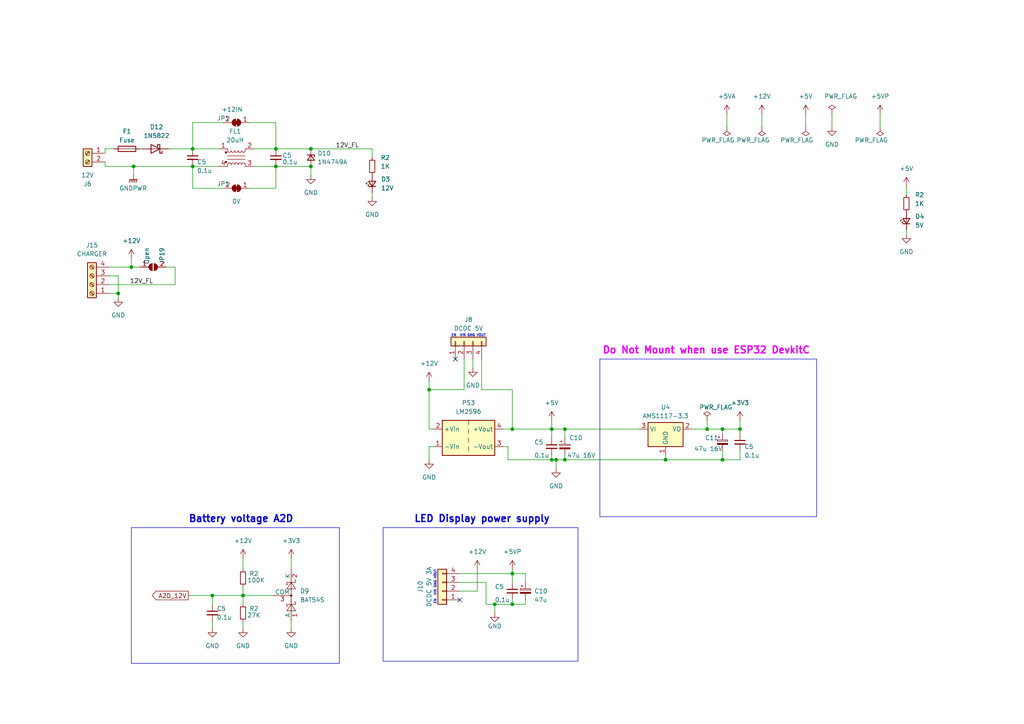
<source format=kicad_sch>
(kicad_sch (version 20230121) (generator eeschema)
  (paper "A4")
  (lib_symbols
    (symbol "Connector:Screw_Terminal_01x02" (pin_names (offset 1.016) hide)
      (property "Reference" "J" (at 0 2.54 0))
      (property "Value" "Screw_Terminal_01x02" (at 0 -5.08 0))
      (symbol "Screw_Terminal_01x02_1_1"
        (rectangle (start -1.27 1.27) (end 1.27 -3.81) (stroke (width 0.254)) (fill (type background)))
        (circle (center 0 -2.54) (radius 0.635) (stroke (width 0.1524)))
        (polyline (pts (xy -0.5334 -2.2098) (xy 0.3302 -3.048)) (stroke (width 0.1524)))
        (polyline (pts (xy -0.5334 0.3302) (xy 0.3302 -0.508)) (stroke (width 0.1524)))
        (polyline (pts (xy -0.3556 -2.032) (xy 0.508 -2.8702)) (stroke (width 0.1524)))
        (polyline (pts (xy -0.3556 0.508) (xy 0.508 -0.3302)) (stroke (width 0.1524)))
        (circle (center 0 0) (radius 0.635) (stroke (width 0.1524)))
        (pin passive line (at -5.08 0 0) (length 3.81) (name "Pin_1") (number "1"))
        (pin passive line (at -5.08 -2.54 0) (length 3.81) (name "Pin_2") (number "2"))
      )
    )
    (symbol "Connector:Screw_Terminal_01x04" (pin_names (offset 1.016) hide)
      (property "Reference" "J" (at 0 5.08 0))
      (property "Value" "Screw_Terminal_01x04" (at 0 -7.62 0))
      (symbol "Screw_Terminal_01x04_1_1"
        (rectangle (start -1.27 3.81) (end 1.27 -6.35) (stroke (width 0.254)) (fill (type background)))
        (circle (center 0 -5.08) (radius 0.635) (stroke (width 0.1524)))
        (circle (center 0 -2.54) (radius 0.635) (stroke (width 0.1524)))
        (polyline (pts (xy -0.5334 -4.7498) (xy 0.3302 -5.588)) (stroke (width 0.1524)))
        (polyline (pts (xy -0.5334 -2.2098) (xy 0.3302 -3.048)) (stroke (width 0.1524)))
        (polyline (pts (xy -0.5334 0.3302) (xy 0.3302 -0.508)) (stroke (width 0.1524)))
        (polyline (pts (xy -0.5334 2.8702) (xy 0.3302 2.032)) (stroke (width 0.1524)))
        (polyline (pts (xy -0.3556 -4.572) (xy 0.508 -5.4102)) (stroke (width 0.1524)))
        (polyline (pts (xy -0.3556 -2.032) (xy 0.508 -2.8702)) (stroke (width 0.1524)))
        (polyline (pts (xy -0.3556 0.508) (xy 0.508 -0.3302)) (stroke (width 0.1524)))
        (polyline (pts (xy -0.3556 3.048) (xy 0.508 2.2098)) (stroke (width 0.1524)))
        (circle (center 0 0) (radius 0.635) (stroke (width 0.1524)))
        (circle (center 0 2.54) (radius 0.635) (stroke (width 0.1524)))
        (pin passive line (at -5.08 2.54 0) (length 3.81) (name "Pin_1") (number "1"))
        (pin passive line (at -5.08 0 0) (length 3.81) (name "Pin_2") (number "2"))
        (pin passive line (at -5.08 -2.54 0) (length 3.81) (name "Pin_3") (number "3"))
        (pin passive line (at -5.08 -5.08 0) (length 3.81) (name "Pin_4") (number "4"))
      )
    )
    (symbol "Connector_Generic:Conn_01x04" (pin_names (offset 1.016) hide)
      (property "Reference" "J" (at 0 5.08 0))
      (property "Value" "Conn_01x04" (at 0 -7.62 0))
      (symbol "Conn_01x04_1_1"
        (rectangle (start -1.27 -4.953) (end 0 -5.207) (stroke (width 0.1524)))
        (rectangle (start -1.27 -2.413) (end 0 -2.667) (stroke (width 0.1524)))
        (rectangle (start -1.27 0.127) (end 0 -0.127) (stroke (width 0.1524)))
        (rectangle (start -1.27 2.667) (end 0 2.413) (stroke (width 0.1524)))
        (rectangle (start -1.27 3.81) (end 1.27 -6.35) (stroke (width 0.254)) (fill (type background)))
        (pin passive line (at -5.08 2.54 0) (length 3.81) (name "Pin_1") (number "1"))
        (pin passive line (at -5.08 0 0) (length 3.81) (name "Pin_2") (number "2"))
        (pin passive line (at -5.08 -2.54 0) (length 3.81) (name "Pin_3") (number "3"))
        (pin passive line (at -5.08 -5.08 0) (length 3.81) (name "Pin_4") (number "4"))
      )
    )
    (symbol "Converter_DCDC:MEE1S0303SC"
      (property "Reference" "PS" (at -7.62 6.35 0))
      (property "Value" "MEE1S0303SC" (at 1.27 6.35 0))
      (symbol "MEE1S0303SC_0_0"
        (pin power_in line (at -10.16 -2.54 0) (length 2.54) (name "-Vin") (number "1"))
        (pin power_in line (at -10.16 2.54 0) (length 2.54) (name "+Vin") (number "2"))
        (pin power_out line (at 10.16 -2.54 180) (length 2.54) (name "-Vout") (number "3"))
        (pin power_out line (at 10.16 2.54 180) (length 2.54) (name "+Vout") (number "4"))
      )
      (symbol "MEE1S0303SC_0_1"
        (rectangle (start -7.62 5.08) (end 7.62 -5.08) (stroke (width 0.254)) (fill (type background)))
        (polyline (pts (xy 0 -2.54) (xy 0 -3.81)))
        (polyline (pts (xy 0 0) (xy 0 -1.27)))
        (polyline (pts (xy 0 2.54) (xy 0 1.27)))
        (polyline (pts (xy 0 5.08) (xy 0 3.81)))
      )
    )
    (symbol "Device:C_Polarized_Small" (pin_numbers hide) (pin_names (offset 0.254) hide)
      (property "Reference" "C" (at 0.254 1.778 0))
      (property "Value" "C_Polarized_Small" (at 0.254 -2.032 0))
      (symbol "C_Polarized_Small_0_1"
        (rectangle (start -1.524 -0.3048) (end 1.524 -0.6858) (fill (type outline)))
        (rectangle (start -1.524 0.6858) (end 1.524 0.3048))
        (polyline (pts (xy -1.27 1.524) (xy -0.762 1.524)))
        (polyline (pts (xy -1.016 1.27) (xy -1.016 1.778)))
      )
      (symbol "C_Polarized_Small_1_1"
        (pin passive line (at 0 2.54 270) (length 1.8542) (name "~") (number "1"))
        (pin passive line (at 0 -2.54 90) (length 1.8542) (name "~") (number "2"))
      )
    )
    (symbol "Device:C_Small" (pin_numbers hide) (pin_names (offset 0.254) hide)
      (property "Reference" "C" (at 0.254 1.778 0))
      (property "Value" "C_Small" (at 0.254 -2.032 0))
      (symbol "C_Small_0_1"
        (polyline (pts (xy -1.524 -0.508) (xy 1.524 -0.508)) (stroke (width 0.3302)))
        (polyline (pts (xy -1.524 0.508) (xy 1.524 0.508)) (stroke (width 0.3048)))
      )
      (symbol "C_Small_1_1"
        (pin passive line (at 0 2.54 270) (length 2.032) (name "~") (number "1"))
        (pin passive line (at 0 -2.54 90) (length 2.032) (name "~") (number "2"))
      )
    )
    (symbol "Device:D_Zener_Small" (pin_numbers hide) (pin_names (offset 0.254) hide)
      (property "Reference" "D" (at 0 2.286 0))
      (property "Value" "D_Zener_Small" (at 0 -2.286 0))
      (symbol "D_Zener_Small_0_1"
        (polyline (pts (xy 0.762 0) (xy -0.762 0)))
        (polyline (pts (xy -0.254 1.016) (xy -0.762 1.016) (xy -0.762 -1.016)) (stroke (width 0.254)))
        (polyline (pts (xy 0.762 1.016) (xy -0.762 0) (xy 0.762 -1.016) (xy 0.762 1.016)) (stroke (width 0.254)))
      )
      (symbol "D_Zener_Small_1_1"
        (pin passive line (at -2.54 0 0) (length 1.778) (name "K") (number "1"))
        (pin passive line (at 2.54 0 180) (length 1.778) (name "A") (number "2"))
      )
    )
    (symbol "Device:Filter_EMI_CommonMode" (pin_names (offset 0.254) hide)
      (property "Reference" "FL1" (at -0.381 7.62 0))
      (property "Value" "20uH" (at -0.381 5.08 0))
      (symbol "Filter_EMI_CommonMode_0_1"
        (circle (center -3.048 -1.27) (radius 0.254) (fill (type outline)))
        (circle (center -3.048 1.524) (radius 0.254) (fill (type outline)))
        (arc (start -2.54 2.032) (mid -2.032 1.5262) (end -1.524 2.032))
        (arc (start -1.524 -2.032) (mid -2.032 -1.5262) (end -2.54 -2.032))
        (arc (start -1.524 2.032) (mid -1.016 1.5262) (end -0.508 2.032))
        (arc (start -0.508 -2.032) (mid -1.016 -1.5262) (end -1.524 -2.032))
        (arc (start -0.508 2.032) (mid 0 1.5262) (end 0.508 2.032))
        (polyline (pts (xy -2.54 -2.032) (xy -2.54 -2.54)))
        (polyline (pts (xy -2.54 0.508) (xy 2.54 0.508)))
        (polyline (pts (xy -2.54 2.032) (xy -2.54 2.54)))
        (polyline (pts (xy 2.54 -2.032) (xy 2.54 -2.54)))
        (polyline (pts (xy 2.54 -0.508) (xy -2.54 -0.508)))
        (polyline (pts (xy 2.54 2.54) (xy 2.54 2.032)))
        (arc (start 0.508 -2.032) (mid 0 -1.5262) (end -0.508 -2.032))
        (arc (start 0.508 2.032) (mid 1.016 1.5262) (end 1.524 2.032))
        (arc (start 1.524 -2.032) (mid 1.016 -1.5262) (end 0.508 -2.032))
        (arc (start 1.524 2.032) (mid 2.032 1.5262) (end 2.54 2.032))
        (arc (start 2.54 -2.032) (mid 2.032 -1.5262) (end 1.524 -2.032))
      )
      (symbol "Filter_EMI_CommonMode_1_1"
        (pin passive line (at -5.08 2.54 0) (length 2.54) (name "1") (number "1"))
        (pin passive line (at 5.08 2.54 180) (length 2.54) (name "2") (number "2"))
        (pin passive line (at 5.08 -2.54 180) (length 2.54) (name "3") (number "3"))
        (pin passive line (at -5.08 -2.54 0) (length 2.54) (name "4") (number "4"))
      )
    )
    (symbol "Device:Fuse" (pin_numbers hide) (pin_names (offset 0))
      (property "Reference" "F" (at 2.032 0 90))
      (property "Value" "Fuse" (at -1.905 0 90))
      (symbol "Fuse_0_1"
        (rectangle (start -0.762 -2.54) (end 0.762 2.54) (stroke (width 0.254)))
        (polyline (pts (xy 0 2.54) (xy 0 -2.54)))
      )
      (symbol "Fuse_1_1"
        (pin passive line (at 0 3.81 270) (length 1.27) (name "~") (number "1"))
        (pin passive line (at 0 -3.81 90) (length 1.27) (name "~") (number "2"))
      )
    )
    (symbol "Device:LED_Small" (pin_numbers hide) (pin_names (offset 0.254) hide)
      (property "Reference" "D" (at -1.27 3.175 0))
      (property "Value" "LED_Small" (at -4.445 -2.54 0))
      (symbol "LED_Small_0_1"
        (polyline (pts (xy -0.762 -1.016) (xy -0.762 1.016)) (stroke (width 0.254)))
        (polyline (pts (xy 1.016 0) (xy -0.762 0)))
        (polyline (pts (xy 0.762 -1.016) (xy -0.762 0) (xy 0.762 1.016) (xy 0.762 -1.016)) (stroke (width 0.254)))
        (polyline (pts (xy 0 0.762) (xy -0.508 1.27) (xy -0.254 1.27) (xy -0.508 1.27) (xy -0.508 1.016)))
        (polyline (pts (xy 0.508 1.27) (xy 0 1.778) (xy 0.254 1.778) (xy 0 1.778) (xy 0 1.524)))
      )
      (symbol "LED_Small_1_1"
        (pin passive line (at -2.54 0 0) (length 1.778) (name "K") (number "1"))
        (pin passive line (at 2.54 0 180) (length 1.778) (name "A") (number "2"))
      )
    )
    (symbol "Device:R_Small" (pin_numbers hide) (pin_names (offset 0.254) hide)
      (property "Reference" "R" (at 0.762 0.508 0))
      (property "Value" "R_Small" (at 0.762 -1.016 0))
      (symbol "R_Small_0_1"
        (rectangle (start -0.762 1.778) (end 0.762 -1.778) (stroke (width 0.2032)))
      )
      (symbol "R_Small_1_1"
        (pin passive line (at 0 2.54 270) (length 0.762) (name "~") (number "1"))
        (pin passive line (at 0 -2.54 90) (length 0.762) (name "~") (number "2"))
      )
    )
    (symbol "Diode:1N5822" (pin_numbers hide) (pin_names (offset 1.016) hide)
      (property "Reference" "D" (at 0 2.54 0))
      (property "Value" "1N5822" (at 0 -2.54 0))
      (symbol "1N5822_0_1"
        (polyline (pts (xy 1.27 0) (xy -1.27 0)))
        (polyline (pts (xy 1.27 1.27) (xy 1.27 -1.27) (xy -1.27 0) (xy 1.27 1.27)) (stroke (width 0.254)))
        (polyline (pts (xy -1.905 0.635) (xy -1.905 1.27) (xy -1.27 1.27) (xy -1.27 -1.27) (xy -0.635 -1.27) (xy -0.635 -0.635)) (stroke (width 0.254)))
      )
      (symbol "1N5822_1_1"
        (pin passive line (at -3.81 0 0) (length 2.54) (name "K") (number "1"))
        (pin passive line (at 3.81 0 180) (length 2.54) (name "A") (number "2"))
      )
    )
    (symbol "Diode:BAT54S" (pin_names (offset 0))
      (property "Reference" "D" (at 2.54 -5.08 0))
      (property "Value" "BAT54S" (at -6.35 3.175 0))
      (symbol "BAT54S_0_1"
        (polyline (pts (xy -3.81 0) (xy -1.27 0)))
        (polyline (pts (xy -3.175 -1.27) (xy -3.175 -1.016)))
        (polyline (pts (xy -2.54 -1.27) (xy -3.175 -1.27)))
        (polyline (pts (xy -2.54 -1.27) (xy -2.54 1.27)))
        (polyline (pts (xy -2.54 1.27) (xy -1.905 1.27)))
        (polyline (pts (xy -1.905 0) (xy 1.905 0)))
        (polyline (pts (xy -1.905 1.27) (xy -1.905 1.016)))
        (polyline (pts (xy 1.27 0) (xy 3.81 0)))
        (polyline (pts (xy 3.175 -1.27) (xy 3.175 -1.016)))
        (polyline (pts (xy 3.81 -1.27) (xy 3.175 -1.27)))
        (polyline (pts (xy 3.81 -1.27) (xy 3.81 1.27)))
        (polyline (pts (xy 3.81 1.27) (xy 4.445 1.27)))
        (polyline (pts (xy 4.445 1.27) (xy 4.445 1.016)))
        (polyline (pts (xy -4.445 1.27) (xy -4.445 -1.27) (xy -2.54 0) (xy -4.445 1.27)))
        (polyline (pts (xy 1.905 1.27) (xy 1.905 -1.27) (xy 3.81 0) (xy 1.905 1.27)))
        (circle (center 0 0) (radius 0.254) (fill (type outline)))
      )
      (symbol "BAT54S_1_1"
        (pin passive line (at -7.62 0 0) (length 3.81) (name "A") (number "1"))
        (pin passive line (at 7.62 0 180) (length 3.81) (name "K") (number "2"))
        (pin passive line (at 0 -5.08 90) (length 5.08) (name "COM") (number "3"))
      )
    )
    (symbol "Jumper:SolderJumper_2_Bridged" (pin_names (offset 0) hide)
      (property "Reference" "JP" (at 0 2.032 0))
      (property "Value" "SolderJumper_2_Bridged" (at 0 -2.54 0))
      (symbol "SolderJumper_2_Bridged_0_1"
        (rectangle (start -0.508 0.508) (end 0.508 -0.508) (fill (type outline)))
        (arc (start -0.254 1.016) (mid -1.2656 0) (end -0.254 -1.016))
        (arc (start -0.254 1.016) (mid -1.2656 0) (end -0.254 -1.016) (fill (type outline)))
        (polyline (pts (xy -0.254 1.016) (xy -0.254 -1.016)))
        (polyline (pts (xy 0.254 1.016) (xy 0.254 -1.016)))
        (arc (start 0.254 -1.016) (mid 1.2656 0) (end 0.254 1.016))
        (arc (start 0.254 -1.016) (mid 1.2656 0) (end 0.254 1.016) (fill (type outline)))
      )
      (symbol "SolderJumper_2_Bridged_1_1"
        (pin passive line (at -3.81 0 0) (length 2.54) (name "A") (number "1"))
        (pin passive line (at 3.81 0 180) (length 2.54) (name "B") (number "2"))
      )
    )
    (symbol "Jumper:SolderJumper_2_Open" (pin_names (offset 0) hide)
      (property "Reference" "JP" (at 0 2.032 0))
      (property "Value" "SolderJumper_2_Open" (at 0 -2.54 0))
      (symbol "SolderJumper_2_Open_0_1"
        (arc (start -0.254 1.016) (mid -1.2656 0) (end -0.254 -1.016))
        (arc (start -0.254 1.016) (mid -1.2656 0) (end -0.254 -1.016) (fill (type outline)))
        (polyline (pts (xy -0.254 1.016) (xy -0.254 -1.016)))
        (polyline (pts (xy 0.254 1.016) (xy 0.254 -1.016)))
        (arc (start 0.254 -1.016) (mid 1.2656 0) (end 0.254 1.016))
        (arc (start 0.254 -1.016) (mid 1.2656 0) (end 0.254 1.016) (fill (type outline)))
      )
      (symbol "SolderJumper_2_Open_1_1"
        (pin passive line (at -3.81 0 0) (length 2.54) (name "A") (number "1"))
        (pin passive line (at 3.81 0 180) (length 2.54) (name "B") (number "2"))
      )
    )
    (symbol "Regulator_Linear:AMS1117-5.0"
      (property "Reference" "U" (at -3.81 3.175 0))
      (property "Value" "AMS1117-5.0" (at 0 3.175 0))
      (symbol "AMS1117-5.0_0_1"
        (rectangle (start -5.08 -5.08) (end 5.08 1.905) (stroke (width 0.254)) (fill (type background)))
      )
      (symbol "AMS1117-5.0_1_1"
        (pin power_in line (at 0 -7.62 90) (length 2.54) (name "GND") (number "1"))
        (pin power_out line (at 7.62 0 180) (length 2.54) (name "VO") (number "2"))
        (pin power_in line (at -7.62 0 0) (length 2.54) (name "VI") (number "3"))
      )
    )
    (symbol "power:+12V" (power) (pin_names (offset 0))
      (property "Value" "+12V" (at 0 3.556 0))
      (symbol "+12V_0_1"
        (polyline (pts (xy -0.762 1.27) (xy 0 2.54)))
        (polyline (pts (xy 0 0) (xy 0 2.54)))
        (polyline (pts (xy 0 2.54) (xy 0.762 1.27)))
      )
      (symbol "+12V_1_1"
        (pin power_in line (at 0 0 90) (length 0) hide (name "+12V") (number "1"))
      )
    )
    (symbol "power:+3V3" (power) (pin_names (offset 0))
      (property "Value" "+3V3" (at 0 3.556 0))
      (symbol "+3V3_0_1"
        (polyline (pts (xy -0.762 1.27) (xy 0 2.54)))
        (polyline (pts (xy 0 0) (xy 0 2.54)))
        (polyline (pts (xy 0 2.54) (xy 0.762 1.27)))
      )
      (symbol "+3V3_1_1"
        (pin power_in line (at 0 0 90) (length 0) hide (name "+3V3") (number "1"))
      )
    )
    (symbol "power:+5V" (power) (pin_names (offset 0))
      (property "Value" "+5V" (at 0 3.556 0))
      (symbol "+5V_0_1"
        (polyline (pts (xy -0.762 1.27) (xy 0 2.54)))
        (polyline (pts (xy 0 0) (xy 0 2.54)))
        (polyline (pts (xy 0 2.54) (xy 0.762 1.27)))
      )
      (symbol "+5V_1_1"
        (pin power_in line (at 0 0 90) (length 0) hide (name "+5V") (number "1"))
      )
    )
    (symbol "power:+5VA" (power) (pin_names (offset 0))
      (property "Value" "+5VA" (at 0 3.556 0))
      (symbol "+5VA_0_1"
        (polyline (pts (xy -0.762 1.27) (xy 0 2.54)))
        (polyline (pts (xy 0 0) (xy 0 2.54)))
        (polyline (pts (xy 0 2.54) (xy 0.762 1.27)))
      )
      (symbol "+5VA_1_1"
        (pin power_in line (at 0 0 90) (length 0) hide (name "+5VA") (number "1"))
      )
    )
    (symbol "power:+5VP" (power) (pin_names (offset 0))
      (property "Value" "+5VP" (at 0 3.556 0))
      (symbol "+5VP_0_1"
        (polyline (pts (xy -0.762 1.27) (xy 0 2.54)))
        (polyline (pts (xy 0 0) (xy 0 2.54)))
        (polyline (pts (xy 0 2.54) (xy 0.762 1.27)))
      )
      (symbol "+5VP_1_1"
        (pin power_in line (at 0 0 90) (length 0) hide (name "+5VP") (number "1"))
      )
    )
    (symbol "power:GND" (power) (pin_names (offset 0))
      (property "Value" "GND" (at 0 -3.81 0))
      (symbol "GND_0_1"
        (polyline (pts (xy 0 0) (xy 0 -1.27) (xy 1.27 -1.27) (xy 0 -2.54) (xy -1.27 -1.27) (xy 0 -1.27)))
      )
      (symbol "GND_1_1"
        (pin power_in line (at 0 0 270) (length 0) hide (name "GND") (number "1"))
      )
    )
    (symbol "power:GNDPWR" (power) (pin_names (offset 0))
      (property "Value" "GNDPWR" (at 0 -3.302 0))
      (symbol "GNDPWR_0_1"
        (polyline (pts (xy 0 -1.27) (xy 0 0)))
        (polyline (pts (xy -1.016 -1.27) (xy -1.27 -2.032) (xy -1.27 -2.032)) (stroke (width 0.2032)))
        (polyline (pts (xy -0.508 -1.27) (xy -0.762 -2.032) (xy -0.762 -2.032)) (stroke (width 0.2032)))
        (polyline (pts (xy 0 -1.27) (xy -0.254 -2.032) (xy -0.254 -2.032)) (stroke (width 0.2032)))
        (polyline (pts (xy 0.508 -1.27) (xy 0.254 -2.032) (xy 0.254 -2.032)) (stroke (width 0.2032)))
        (polyline (pts (xy 1.016 -1.27) (xy -1.016 -1.27) (xy -1.016 -1.27)) (stroke (width 0.2032)))
        (polyline (pts (xy 1.016 -1.27) (xy 0.762 -2.032) (xy 0.762 -2.032) (xy 0.762 -2.032)) (stroke (width 0.2032)))
      )
      (symbol "GNDPWR_1_1"
        (pin power_in line (at 0 0 270) (length 0) hide (name "GNDPWR") (number "1"))
      )
    )
    (symbol "power:PWR_FLAG" (power) (pin_numbers hide) (pin_names (offset 0) hide)
      (property "Value" "PWR_FLAG" (at 0 3.81 0))
      (symbol "PWR_FLAG_0_0"
        (pin power_out line (at 0 0 90) (length 0) (name "pwr") (number "1"))
      )
      (symbol "PWR_FLAG_0_1"
        (polyline (pts (xy 0 0) (xy 0 1.27) (xy -1.016 1.905) (xy 0 2.54) (xy 1.016 1.905) (xy 0 1.27)))
      )
    )
  )
  (junction (at 160.02 133.35))
  (junction (at 148.59 124.46))
  (junction (at 163.83 133.35))
  (junction (at 160.02 124.46))
  (junction (at 38.735 48.26))
  (junction (at 143.51 175.26))
  (junction (at 214.63 124.46))
  (junction (at 163.83 124.46))
  (junction (at 148.59 175.26))
  (junction (at 55.88 43.18))
  (junction (at 55.88 48.26))
  (junction (at 90.17 43.18))
  (junction (at 161.29 133.35))
  (junction (at 80.01 43.18))
  (junction (at 124.46 113.03))
  (junction (at 90.17 48.26))
  (junction (at 70.485 172.72))
  (junction (at 34.29 85.09))
  (junction (at 38.1 77.47))
  (junction (at 209.55 133.35))
  (junction (at 209.55 124.46))
  (junction (at 205.105 124.46))
  (junction (at 61.595 172.72))
  (junction (at 80.01 48.26))
  (junction (at 193.04 133.35))
  (junction (at 148.59 166.37))
  (no_connect (at 132.08 104.14))
  (no_connect (at 133.35 173.99))
  (wire (pts (xy 72.39 54.61) (xy 80.01 54.61)))
  (wire (pts (xy 200.66 124.46) (xy 205.105 124.46)))
  (wire (pts (xy 125.73 129.54) (xy 124.46 129.54)))
  (wire (pts (xy 140.97 175.26) (xy 143.51 175.26)))
  (wire (pts (xy 90.17 48.26) (xy 80.01 48.26)))
  (wire (pts (xy 30.48 43.18) (xy 30.48 44.45)))
  (wire (pts (xy 70.485 172.72) (xy 70.485 175.26)))
  (wire (pts (xy 38.735 48.26) (xy 38.735 50.8)))
  (wire (pts (xy 161.29 133.35) (xy 160.02 133.35)))
  (wire (pts (xy 209.55 124.46) (xy 209.55 125.73)))
  (wire (pts (xy 160.02 133.35) (xy 147.32 133.35)))
  (wire (pts (xy 209.55 130.81) (xy 209.55 133.35)))
  (wire (pts (xy 70.485 161.925) (xy 70.485 165.1)))
  (wire (pts (xy 262.89 53.975) (xy 262.89 56.515)))
  (wire (pts (xy 33.02 43.18) (xy 30.48 43.18)))
  (wire (pts (xy 134.62 104.14) (xy 134.62 113.03)))
  (wire (pts (xy 139.7 113.03) (xy 148.59 113.03)))
  (wire (pts (xy 209.55 124.46) (xy 214.63 124.46)))
  (wire (pts (xy 241.3 33.02) (xy 241.3 36.83)))
  (wire (pts (xy 139.7 104.14) (xy 139.7 113.03)))
  (wire (pts (xy 38.735 48.26) (xy 55.88 48.26)))
  (wire (pts (xy 80.01 43.18) (xy 90.17 43.18)))
  (wire (pts (xy 147.32 133.35) (xy 147.32 129.54)))
  (wire (pts (xy 55.88 54.61) (xy 64.77 54.61)))
  (wire (pts (xy 163.83 124.46) (xy 163.83 127)))
  (wire (pts (xy 148.59 113.03) (xy 148.59 124.46)))
  (wire (pts (xy 34.29 85.09) (xy 34.29 86.36)))
  (wire (pts (xy 30.48 48.26) (xy 30.48 46.99)))
  (wire (pts (xy 214.63 121.92) (xy 214.63 124.46)))
  (wire (pts (xy 31.75 82.55) (xy 50.8 82.55)))
  (wire (pts (xy 107.95 43.18) (xy 107.95 45.72)))
  (wire (pts (xy 143.51 175.26) (xy 148.59 175.26)))
  (wire (pts (xy 255.27 33.02) (xy 255.27 36.83)))
  (wire (pts (xy 163.83 133.35) (xy 193.04 133.35)))
  (wire (pts (xy 138.43 171.45) (xy 133.35 171.45)))
  (wire (pts (xy 80.01 35.56) (xy 80.01 43.18)))
  (wire (pts (xy 63.5 48.26) (xy 55.88 48.26)))
  (wire (pts (xy 214.63 124.46) (xy 214.63 125.73)))
  (wire (pts (xy 55.88 35.56) (xy 55.88 43.18)))
  (wire (pts (xy 124.46 113.03) (xy 124.46 124.46)))
  (wire (pts (xy 70.485 172.72) (xy 79.375 172.72)))
  (wire (pts (xy 84.455 180.34) (xy 84.455 182.245)))
  (wire (pts (xy 137.16 104.14) (xy 137.16 106.68)))
  (wire (pts (xy 143.51 177.8) (xy 143.51 175.26)))
  (wire (pts (xy 61.595 172.72) (xy 70.485 172.72)))
  (wire (pts (xy 148.59 175.26) (xy 152.4 175.26)))
  (wire (pts (xy 38.1 77.47) (xy 38.1 74.93)))
  (wire (pts (xy 160.02 124.46) (xy 163.83 124.46)))
  (wire (pts (xy 80.01 54.61) (xy 80.01 48.26)))
  (wire (pts (xy 73.66 43.18) (xy 80.01 43.18)))
  (wire (pts (xy 124.46 124.46) (xy 125.73 124.46)))
  (wire (pts (xy 90.17 48.26) (xy 90.17 50.8)))
  (wire (pts (xy 70.485 180.34) (xy 70.485 182.245)))
  (wire (pts (xy 70.485 170.18) (xy 70.485 172.72)))
  (wire (pts (xy 233.68 33.02) (xy 233.68 36.83)))
  (wire (pts (xy 31.75 80.01) (xy 34.29 80.01)))
  (wire (pts (xy 148.59 175.26) (xy 148.59 173.99)))
  (wire (pts (xy 38.1 77.47) (xy 40.64 77.47)))
  (wire (pts (xy 193.04 133.35) (xy 209.55 133.35)))
  (wire (pts (xy 31.75 77.47) (xy 38.1 77.47)))
  (wire (pts (xy 262.89 66.675) (xy 262.89 67.945)))
  (wire (pts (xy 55.88 43.18) (xy 63.5 43.18)))
  (wire (pts (xy 50.8 82.55) (xy 50.8 77.47)))
  (wire (pts (xy 61.595 180.34) (xy 61.595 182.245)))
  (wire (pts (xy 133.35 166.37) (xy 148.59 166.37)))
  (wire (pts (xy 30.48 48.26) (xy 38.735 48.26)))
  (wire (pts (xy 163.83 132.08) (xy 163.83 133.35)))
  (wire (pts (xy 34.29 80.01) (xy 34.29 85.09)))
  (wire (pts (xy 140.97 168.91) (xy 133.35 168.91)))
  (wire (pts (xy 148.59 166.37) (xy 152.4 166.37)))
  (wire (pts (xy 152.4 166.37) (xy 152.4 168.91)))
  (wire (pts (xy 161.29 133.35) (xy 161.29 135.89)))
  (wire (pts (xy 148.59 124.46) (xy 160.02 124.46)))
  (wire (pts (xy 160.02 124.46) (xy 160.02 127)))
  (wire (pts (xy 140.97 168.91) (xy 140.97 175.26)))
  (wire (pts (xy 54.61 172.72) (xy 61.595 172.72)))
  (wire (pts (xy 61.595 172.72) (xy 61.595 175.26)))
  (wire (pts (xy 124.46 110.49) (xy 124.46 113.03)))
  (wire (pts (xy 64.77 35.56) (xy 55.88 35.56)))
  (wire (pts (xy 163.83 133.35) (xy 161.29 133.35)))
  (wire (pts (xy 205.105 124.46) (xy 209.55 124.46)))
  (wire (pts (xy 220.98 33.02) (xy 220.98 36.83)))
  (wire (pts (xy 48.895 43.18) (xy 55.88 43.18)))
  (wire (pts (xy 31.75 85.09) (xy 34.29 85.09)))
  (wire (pts (xy 73.66 48.26) (xy 80.01 48.26)))
  (wire (pts (xy 124.46 129.54) (xy 124.46 133.35)))
  (wire (pts (xy 40.64 43.18) (xy 41.275 43.18)))
  (wire (pts (xy 146.05 129.54) (xy 147.32 129.54)))
  (wire (pts (xy 84.455 161.925) (xy 84.455 165.1)))
  (wire (pts (xy 107.95 55.88) (xy 107.95 57.15)))
  (wire (pts (xy 55.88 48.26) (xy 55.88 54.61)))
  (wire (pts (xy 210.82 33.02) (xy 210.82 36.83)))
  (wire (pts (xy 160.02 133.35) (xy 160.02 132.08)))
  (wire (pts (xy 146.05 124.46) (xy 148.59 124.46)))
  (wire (pts (xy 72.39 35.56) (xy 80.01 35.56)))
  (wire (pts (xy 138.43 165.1) (xy 138.43 171.45)))
  (wire (pts (xy 163.83 124.46) (xy 185.42 124.46)))
  (wire (pts (xy 209.55 133.35) (xy 214.63 133.35)))
  (wire (pts (xy 160.02 121.92) (xy 160.02 124.46)))
  (wire (pts (xy 205.105 121.92) (xy 205.105 124.46)))
  (wire (pts (xy 50.8 77.47) (xy 48.26 77.47)))
  (wire (pts (xy 134.62 113.03) (xy 124.46 113.03)))
  (wire (pts (xy 214.63 133.35) (xy 214.63 130.81)))
  (wire (pts (xy 148.59 166.37) (xy 148.59 168.91)))
  (wire (pts (xy 152.4 173.99) (xy 152.4 175.26)))
  (wire (pts (xy 193.04 132.08) (xy 193.04 133.35)))
  (wire (pts (xy 90.17 43.18) (xy 107.95 43.18)))
  (wire (pts (xy 148.59 165.1) (xy 148.59 166.37)))
  (rectangle (start 111.125 153.035) (end 167.64 191.77))
  (rectangle (start 38.1 153.035) (end 98.425 192.405))
  (rectangle (start 173.99 104.14) (end 236.855 149.86))
  (text "EN  VIN GNG VOUT" (at 126.6469 175.3213 90) (effects (font (size 0.7 0.7)) (justify left bottom)))
  (text "Battery voltage A2D" (at 54.61 151.765 0) (effects (font (size 2 2) (thickness 0.4) bold) (justify left bottom)))
  (text "EN  VIN GNG VOUT" (at 140.97 97.79 0) (effects (font (size 0.7 0.7)) (justify right bottom)))
  (text "LED Display power supply" (at 120.015 151.765 0) (effects (font (size 2 2) (thickness 0.4) bold) (justify left bottom)))
  (text "Do Not Mount when use ESP32 DevkitC" (at 174.625 102.87 0) (effects (font (size 2 2) (thickness 0.4) bold) (justify left bottom)))
  (label "12V_FL" (at 104.14 43.18 180))
  (label "12V_FL" (at 44.45 82.55 180))
  (global_label "A2D_12V" (shape output) (at 54.61 172.72 180) (property "Intersheetrefs" "${INTERSHEET_REFS}" (effects hide)))
  (symbol (lib_id "power:GND") (at 137.16 106.68 0) (unit 1)
    (property "Reference" "#PWR040" (effects hide))
    (property "Value" "GND" (at 137.16 111.76 0))
  )
  (symbol (lib_id "power:+5V") (at 233.68 33.02 0) (unit 1)
    (property "Reference" "#PWR019" (effects hide))
    (property "Value" "+5V" (at 233.68 27.94 0))
    (instances (project "CAN_DISPLAY" (path "" (reference "#PWR019") (unit 1)) (path "" (reference "#PWR030") (unit 1))))
  )
  (symbol (lib_id "Device:C_Small") (at 55.88 45.72 0) (unit 1)
    (property "Reference" "C5" (at 57.15 46.99 0) (effects (justify left)))
    (property "Value" "0.1u" (at 57.15 49.53 0) (effects (justify left)))
    (property "Footprint" "Capacitor_SMD:C_0805_2012Metric_Pad1.18x1.45mm_HandSolder" (effects hide))
    (instances (project "CAN_DISPLAY" (path "" (reference "C5") (unit 1)) (path "" (reference "C12") (unit 1)) (path "" (reference "C7") (unit 1))))
  )
  (symbol (lib_id "Device:LED_Small") (at 262.89 64.135 90) (unit 1)
    (property "Reference" "D4" (at 265.43 62.8015 90) (effects (justify right)))
    (property "Value" "5V" (at 265.43 65.3415 90) (effects (justify right)))
    (property "Footprint" "LED_SMD:LED_1210_3225Metric" (effects hide))
  )
  (symbol (lib_id "power:GND") (at 241.3 36.83 0) (unit 1)
    (property "Reference" "#PWR020" (effects hide))
    (property "Value" "GND" (at 241.3 41.91 0))
    (instances (project "CAN_DISPLAY" (path "" (reference "#PWR020") (unit 1)) (path "" (reference "#PWR032") (unit 1))))
  )
  (symbol (lib_id "power:+5V") (at 262.89 53.975 0) (unit 1)
    (property "Reference" "#PWR010" (effects hide))
    (property "Value" "+5V" (at 262.89 48.895 0))
    (instances (project "CAN_DISPLAY" (path "" (reference "#PWR010") (unit 1)) (path "" (reference "#PWR058") (unit 1))))
  )
  (symbol (lib_id "power:GND") (at 70.485 182.245 0) (unit 1)
    (property "Reference" "#PWR073" (effects hide))
    (property "Value" "GND" (at 70.485 187.325 0))
  )
  (symbol (lib_id "power:+12V") (at 70.485 161.925 0) (unit 1)
    (property "Reference" "#PWR070" (effects hide))
    (property "Value" "+12V" (at 70.485 156.845 0))
  )
  (symbol (lib_id "power:GND") (at 61.595 182.245 0) (unit 1)
    (property "Reference" "#PWR076" (effects hide))
    (property "Value" "GND" (at 61.595 187.325 0))
  )
  (symbol (lib_id "Device:R_Small") (at 70.485 167.64 180) (unit 1)
    (property "Reference" "R2" (at 73.66 166.37 0))
    (property "Value" "100K" (at 74.295 168.275 0))
    (property "Footprint" "Resistor_SMD:R_0805_2012Metric_Pad1.20x1.40mm_HandSolder" (effects hide))
    (instances (project "CAN_DISPLAY" (path "" (reference "R2") (unit 1)) (path "" (reference "R21") (unit 1)) (path "" (reference "R18") (unit 1))))
  )
  (symbol (lib_id "Device:C_Polarized_Small") (at 209.55 128.27 0) (unit 1)
    (property "Reference" "C11" (at 204.47 127 0) (effects (justify left)))
    (property "Value" "47u 16V" (at 201.295 130.175 0) (effects (justify left)))
    (property "Footprint" "Capacitor_SMD:CP_Elec_5x5.8" (effects hide))
    (instances (project "CAN_DISPLAY" (path "" (reference "C11") (unit 1)) (path "" (reference "C17") (unit 1))))
  )
  (symbol (lib_id "power:+5VP") (at 148.59 165.1 0) (unit 1)
    (property "Reference" "#PWR051" (effects hide))
    (property "Value" "+5VP" (at 148.59 160.02 0))
  )
  (symbol (lib_id "Jumper:SolderJumper_2_Bridged") (at 68.58 54.61 0) (mirror y) (unit 1)
    (property "Reference" "JP1" (at 64.77 53.34 0))
    (property "Value" "0V" (at 68.58 58.42 0))
    (property "Footprint" "1Display:NOSILK SolderJumper-2_P1.3mm_Open_Pad1.0x1.5mm" (effects hide))
    (instances (project "CAN_DISPLAY" (path "" (reference "JP1") (unit 1)) (path "" (reference "JP3") (unit 1)) (path "" (reference "JP17") (unit 1))))
  )
  (symbol (lib_id "Connector_Generic:Conn_01x04") (at 128.27 171.45 180) (unit 1)
    (property "Reference" "J10" (at 121.92 170.18 90))
    (property "Value" "DCDC 5V 3A" (at 124.46 170.18 90))
    (property "Footprint" "Connector_PinHeader_2.54mm:PinHeader_1x04_P2.54mm_Vertical" (effects hide))
  )
  (symbol (lib_id "power:+3V3") (at 214.63 121.92 0) (unit 1)
    (property "Reference" "#PWR037" (effects hide))
    (property "Value" "+3V3" (at 214.63 116.84 0))
    (instances (project "CAN_DISPLAY" (path "" (reference "#PWR037") (unit 1)) (path "" (reference "#PWR042") (unit 1))))
  )
  (symbol (lib_id "power:GNDPWR") (at 38.735 50.8 0) (unit 1)
    (property "Reference" "#PWR039" (effects hide))
    (property "Value" "GNDPWR" (at 38.608 54.61 0))
  )
  (symbol (lib_id "Device:R_Small") (at 70.485 177.8 180) (unit 1)
    (property "Reference" "R2" (at 73.66 176.53 0))
    (property "Value" "27K" (at 73.66 178.435 0))
    (property "Footprint" "Resistor_SMD:R_0805_2012Metric_Pad1.20x1.40mm_HandSolder" (effects hide))
    (instances (project "CAN_DISPLAY" (path "" (reference "R2") (unit 1)) (path "" (reference "R22") (unit 1)) (path "" (reference "R18") (unit 1))))
  )
  (symbol (lib_id "Device:Fuse") (at 36.83 43.18 90) (unit 1)
    (property "Reference" "F1" (at 36.83 38.1 90))
    (property "Value" "Fuse" (at 36.83 40.64 90))
    (property "Footprint" "Fuse:Fuse_Blade_Mini_directSolder" (effects hide))
  )
  (symbol (lib_id "Connector:Screw_Terminal_01x02") (at 25.4 44.45 0) (mirror y) (unit 1)
    (property "Reference" "J6" (at 25.4 53.34 0))
    (property "Value" "12V" (at 25.4 50.8 0))
    (property "Footprint" "TerminalBlock:TerminalBlock_bornier-2_P5.08mm" (effects hide))
  )
  (symbol (lib_id "Device:C_Small") (at 214.63 128.27 0) (unit 1)
    (property "Reference" "C5" (at 215.9 129.54 0) (effects (justify left)))
    (property "Value" "0.1u" (at 215.9 132.08 0) (effects (justify left)))
    (property "Footprint" "Capacitor_SMD:C_0805_2012Metric_Pad1.18x1.45mm_HandSolder" (effects hide))
    (instances (project "CAN_DISPLAY" (path "" (reference "C5") (unit 1)) (path "" (reference "C12") (unit 1)) (path "" (reference "C18") (unit 1))))
  )
  (symbol (lib_id "Device:C_Small") (at 80.01 45.72 0) (unit 1)
    (property "Reference" "C5" (at 81.915 45.085 0) (effects (justify left)))
    (property "Value" "0.1u" (at 81.915 46.99 0) (effects (justify left)))
    (property "Footprint" "Capacitor_SMD:C_0805_2012Metric_Pad1.18x1.45mm_HandSolder" (effects hide))
    (instances (project "CAN_DISPLAY" (path "" (reference "C5") (unit 1)) (path "" (reference "C12") (unit 1)) (path "" (reference "C14") (unit 1))))
  )
  (symbol (lib_id "Device:C_Small") (at 148.59 171.45 0) (unit 1)
    (property "Reference" "C5" (at 143.51 170.18 0) (effects (justify left)))
    (property "Value" "0.1u" (at 143.51 173.99 0) (effects (justify left)))
    (property "Footprint" "Capacitor_SMD:C_0805_2012Metric_Pad1.18x1.45mm_HandSolder" (effects hide))
    (instances (project "CAN_DISPLAY" (path "" (reference "C5") (unit 1)) (path "" (reference "C13") (unit 1)) (path "" (reference "C19") (unit 1))))
  )
  (symbol (lib_id "power:PWR_FLAG") (at 205.105 121.92 0) (unit 1)
    (property "Reference" "#FLG02" (effects hide))
    (property "Value" "PWR_FLAG" (at 207.645 118.11 0))
    (instances (project "CAN_DISPLAY" (path "" (reference "#FLG02") (unit 1)) (path "" (reference "#FLG04") (unit 1))))
  )
  (symbol (lib_id "Device:LED_Small") (at 107.95 53.34 90) (unit 1)
    (property "Reference" "D3" (at 110.49 52.0065 90) (effects (justify right)))
    (property "Value" "12V" (at 110.49 54.5465 90) (effects (justify right)))
    (property "Footprint" "LED_SMD:LED_1210_3225Metric" (effects hide))
  )
  (symbol (lib_id "Regulator_Linear:AMS1117-5.0") (at 193.04 124.46 0) (unit 1)
    (property "Reference" "U4" (at 193.04 118.11 0))
    (property "Value" "AMS1117-3.3" (at 193.04 120.65 0))
    (property "Footprint" "Package_TO_SOT_SMD:SOT-223-3_TabPin2" (effects hide))
    (property "Datasheet" "http://www.advanced-monolithic.com/pdf/ds1117.pdf" (effects hide))
    (instances (project "CAN_DISPLAY" (path "" (reference "U4") (unit 1)) (path "" (reference "U7") (unit 1))))
  )
  (symbol (lib_id "power:+12V") (at 124.46 110.49 0) (unit 1)
    (property "Reference" "#PWR048" (effects hide))
    (property "Value" "+12V" (at 124.46 105.41 0))
  )
  (symbol (lib_id "power:GND") (at 90.17 50.8 0) (unit 1)
    (property "Reference" "#PWR057" (effects hide))
    (property "Value" "GND" (at 90.17 55.88 0))
  )
  (symbol (lib_id "Connector_Generic:Conn_01x04") (at 134.62 99.06 90) (unit 1)
    (property "Reference" "J8" (at 135.89 92.71 90))
    (property "Value" "DCDC 5V" (at 135.89 95.25 90))
    (property "Footprint" "Connector_PinHeader_2.54mm:PinHeader_1x04_P2.54mm_Vertical" (effects hide))
  )
  (symbol (lib_id "power:+12V") (at 138.43 165.1 0) (unit 1)
    (property "Reference" "#PWR050" (effects hide))
    (property "Value" "+12V" (at 138.43 160.02 0))
  )
  (symbol (lib_id "Device:C_Small") (at 160.02 129.54 0) (unit 1)
    (property "Reference" "C5" (at 154.94 128.27 0) (effects (justify left)))
    (property "Value" "0.1u" (at 154.94 132.08 0) (effects (justify left)))
    (property "Footprint" "Capacitor_SMD:C_0805_2012Metric_Pad1.18x1.45mm_HandSolder" (effects hide))
    (instances (project "CAN_DISPLAY" (path "" (reference "C5") (unit 1)) (path "" (reference "C13") (unit 1)) (path "" (reference "C15") (unit 1))))
  )
  (symbol (lib_id "Jumper:SolderJumper_2_Bridged") (at 68.58 35.56 0) (mirror y) (unit 1)
    (property "Reference" "JP1" (at 64.77 34.29 0))
    (property "Value" "+12IN" (at 67.31 31.75 0))
    (property "Footprint" "1Display:NOSILK SolderJumper-2_P1.3mm_Open_Pad1.0x1.5mm" (effects hide))
    (instances (project "CAN_DISPLAY" (path "" (reference "JP1") (unit 1)) (path "" (reference "JP3") (unit 1)) (path "" (reference "JP16") (unit 1))))
  )
  (symbol (lib_id "Device:C_Polarized_Small") (at 163.83 129.54 0) (unit 1)
    (property "Reference" "C10" (at 165.1 127 0) (effects (justify left)))
    (property "Value" "47u 16V" (at 164.465 132.08 0) (effects (justify left)))
    (property "Footprint" "Capacitor_SMD:CP_Elec_5x5.8" (effects hide))
    (instances (project "CAN_DISPLAY" (path "" (reference "C10") (unit 1)) (path "" (reference "C16") (unit 1))))
  )
  (symbol (lib_id "Device:D_Zener_Small") (at 90.17 45.72 270) (unit 1)
    (property "Reference" "D10" (at 92.075 44.45 90) (effects (justify left)))
    (property "Value" "1N4749A" (at 92.075 46.99 90) (effects (justify left)))
    (property "Footprint" "Diode_THT:D_DO-41_SOD81_P10.16mm_Horizontal" (effects hide))
  )
  (symbol (lib_id "Jumper:SolderJumper_2_Open") (at 44.45 77.47 0) (unit 1)
    (property "Reference" "JP19" (at 46.99 71.755 90) (effects (justify right)))
    (property "Value" "Open" (at 42.545 71.755 90) (effects (justify right)))
    (property "Footprint" "Jumper:SolderJumper-2_P1.3mm_Open_RoundedPad1.0x1.5mm" (effects hide))
    (instances (project "CAN_DISPLAY" (path "" (reference "JP19") (unit 1)) (path "" (reference "JP23") (unit 1))))
  )
  (symbol (lib_id "Device:R_Small") (at 262.89 59.055 180) (unit 1)
    (property "Reference" "R2" (at 266.7 56.515 0))
    (property "Value" "1K" (at 266.7 59.055 0))
    (property "Footprint" "Resistor_SMD:R_0805_2012Metric_Pad1.20x1.40mm_HandSolder" (effects hide))
    (instances (project "CAN_DISPLAY" (path "" (reference "R2") (unit 1)) (path "" (reference "R10") (unit 1))))
  )
  (symbol (lib_id "Converter_DCDC:MEE1S0303SC") (at 135.89 127 0) (unit 1)
    (property "Reference" "PS3" (at 135.89 116.84 0))
    (property "Value" "LM2596" (at 135.89 119.38 0))
    (property "Footprint" "1Display:LM2596Module2" (effects hide))
    (property "Datasheet" "https://power.murata.com/pub/data/power/ncl/kdc_mee1.pdf" (effects hide))
  )
  (symbol (lib_id "power:PWR_FLAG") (at 255.27 36.83 180) (unit 1)
    (property "Reference" "#FLG02" (effects hide))
    (property "Value" "PWR_FLAG" (at 252.73 40.64 0))
    (instances (project "CAN_DISPLAY" (path "" (reference "#FLG02") (unit 1)) (path "" (reference "#FLG08") (unit 1))))
  )
  (symbol (lib_id "power:PWR_FLAG") (at 233.68 36.83 180) (unit 1)
    (property "Reference" "#FLG02" (effects hide))
    (property "Value" "PWR_FLAG" (at 231.14 40.64 0))
    (instances (project "CAN_DISPLAY" (path "" (reference "#FLG02") (unit 1)) (path "" (reference "#FLG03") (unit 1))))
  )
  (symbol (lib_id "power:PWR_FLAG") (at 220.98 36.83 180) (unit 1)
    (property "Reference" "#FLG02" (effects hide))
    (property "Value" "PWR_FLAG" (at 218.44 40.64 0))
    (instances (project "CAN_DISPLAY" (path "" (reference "#FLG02") (unit 1)) (path "" (reference "#FLG06") (unit 1))))
  )
  (symbol (lib_id "power:GND") (at 124.46 133.35 0) (unit 1)
    (property "Reference" "#PWR043" (effects hide))
    (property "Value" "GND" (at 124.46 138.43 0))
  )
  (symbol (lib_id "power:PWR_FLAG") (at 210.82 36.83 180) (unit 1)
    (property "Reference" "#FLG02" (effects hide))
    (property "Value" "PWR_FLAG" (at 208.28 40.64 0))
    (instances (project "CAN_DISPLAY" (path "" (reference "#FLG02") (unit 1)) (path "" (reference "#FLG07") (unit 1))))
  )
  (symbol (lib_id "power:+5V") (at 160.02 121.92 0) (unit 1)
    (property "Reference" "#PWR010" (effects hide))
    (property "Value" "+5V" (at 160.02 116.84 0))
    (instances (project "CAN_DISPLAY" (path "" (reference "#PWR010") (unit 1)) (path "" (reference "#PWR041") (unit 1))))
  )
  (symbol (lib_id "power:+3V3") (at 84.455 161.925 0) (unit 1)
    (property "Reference" "#PWR037" (effects hide))
    (property "Value" "+3V3" (at 84.455 156.845 0))
    (instances (project "CAN_DISPLAY" (path "" (reference "#PWR037") (unit 1)) (path "" (reference "#PWR074") (unit 1))))
  )
  (symbol (lib_id "power:GND") (at 262.89 67.945 0) (unit 1)
    (property "Reference" "#PWR059" (effects hide))
    (property "Value" "GND" (at 262.89 73.025 0))
  )
  (symbol (lib_id "power:+12V") (at 38.1 74.93 0) (unit 1)
    (property "Reference" "#PWR090" (effects hide))
    (property "Value" "+12V" (at 38.1 69.85 0))
  )
  (symbol (lib_id "power:GND") (at 161.29 135.89 0) (unit 1)
    (property "Reference" "#PWR044" (effects hide))
    (property "Value" "GND" (at 161.29 140.97 0))
  )
  (symbol (lib_id "Device:Filter_EMI_CommonMode") (at 68.58 45.72 0) (unit 1)
    (property "Reference" "FL1" (at 68.199 38.1 0))
    (property "Value" "20uH" (at 68.199 40.64 0))
    (property "Footprint" "Inductor_THT:L_CommonMode_Wuerth_WE-CMB-S" (effects hide))
  )
  (symbol (lib_id "Diode:BAT54S") (at 84.455 172.72 270) (mirror x) (unit 1)
    (property "Reference" "D9" (at 86.995 171.45 90) (effects (justify left)))
    (property "Value" "BAT54S" (at 86.995 173.99 90) (effects (justify left)))
    (property "Footprint" "Package_TO_SOT_SMD:SOT-23" (effects hide))
    (property "Datasheet" "https://www.diodes.com/assets/Datasheets/ds11005.pdf" (effects hide))
  )
  (symbol (lib_id "Diode:1N5822") (at 45.085 43.18 180) (unit 1)
    (property "Reference" "D12" (at 45.4025 36.83 0))
    (property "Value" "1N5822" (at 45.4025 39.37 0))
    (property "Footprint" "Diode_THT:D_DO-201AD_P15.24mm_Horizontal" (effects hide))
    (property "Datasheet" "http://www.vishay.com/docs/88526/1n5820.pdf" (effects hide))
  )
  (symbol (lib_id "Device:C_Small") (at 61.595 177.8 0) (unit 1)
    (property "Reference" "C5" (at 62.865 176.53 0) (effects (justify left)))
    (property "Value" "0.1u" (at 62.865 179.07 0) (effects (justify left)))
    (property "Footprint" "Capacitor_SMD:C_0805_2012Metric_Pad1.18x1.45mm_HandSolder" (effects hide))
    (instances (project "CAN_DISPLAY" (path "" (reference "C5") (unit 1)) (path "" (reference "C12") (unit 1)) (path "" (reference "C24") (unit 1))))
  )
  (symbol (lib_id "power:GND") (at 84.455 182.245 0) (unit 1)
    (property "Reference" "#PWR075" (effects hide))
    (property "Value" "GND" (at 84.455 187.325 0))
  )
  (symbol (lib_id "power:GND") (at 143.51 177.8 0) (unit 1)
    (property "Reference" "#PWR047" (effects hide))
    (property "Value" "GND" (at 143.51 181.61 0))
  )
  (symbol (lib_id "power:GND") (at 107.95 57.15 0) (unit 1)
    (property "Reference" "#PWR056" (effects hide))
    (property "Value" "GND" (at 107.95 62.23 0))
  )
  (symbol (lib_id "Device:R_Small") (at 107.95 48.26 180) (unit 1)
    (property "Reference" "R2" (at 111.76 45.72 0))
    (property "Value" "1K" (at 111.76 48.26 0))
    (property "Footprint" "Resistor_SMD:R_0805_2012Metric_Pad1.20x1.40mm_HandSolder" (effects hide))
    (instances (project "CAN_DISPLAY" (path "" (reference "R2") (unit 1)) (path "" (reference "R9") (unit 1))))
  )
  (symbol (lib_id "Connector:Screw_Terminal_01x04") (at 26.67 82.55 180) (unit 1)
    (property "Reference" "J15" (at 26.67 71.12 0))
    (property "Value" "CHARGER" (at 26.67 73.66 0))
    (property "Footprint" "TerminalBlock:TerminalBlock_bornier-4_P5.08mm" (effects hide))
    (instances (project "CAN_DISPLAY" (path "" (reference "J15") (unit 1)) (path "" (reference "J17") (unit 1))))
  )
  (symbol (lib_id "power:+12V") (at 220.98 33.02 0) (unit 1)
    (property "Reference" "#PWR049" (effects hide))
    (property "Value" "+12V" (at 220.98 27.94 0))
  )
  (symbol (lib_id "power:+5VP") (at 255.27 33.02 0) (unit 1)
    (property "Reference" "#PWR077" (effects hide))
    (property "Value" "+5VP" (at 255.27 27.94 0))
  )
  (symbol (lib_id "Device:C_Polarized_Small") (at 152.4 171.45 0) (unit 1)
    (property "Reference" "C10" (at 154.94 171.45 0) (effects (justify left)))
    (property "Value" "47u" (at 154.94 173.99 0) (effects (justify left)))
    (property "Footprint" "Capacitor_SMD:CP_Elec_5x5.8" (effects hide))
    (instances (project "CAN_DISPLAY" (path "" (reference "C10") (unit 1)) (path "" (reference "C20") (unit 1))))
  )
  (symbol (lib_id "power:PWR_FLAG") (at 241.3 33.02 0) (unit 1)
    (property "Reference" "#FLG02" (effects hide))
    (property "Value" "PWR_FLAG" (at 243.84 27.94 0))
    (instances (project "CAN_DISPLAY" (path "" (reference "#FLG02") (unit 1)) (path "" (reference "#FLG05") (unit 1))))
  )
  (symbol (lib_id "power:+5VA") (at 210.82 33.02 0) (unit 1)
    (property "Reference" "#PWR052" (effects hide))
    (property "Value" "+5VA" (at 210.82 27.94 0))
  )
  (symbol (lib_id "power:GND") (at 34.29 86.36 0) (unit 1)
    (property "Reference" "#PWR089" (effects hide))
    (property "Value" "GND" (at 34.29 91.44 0))
  )
)
</source>
